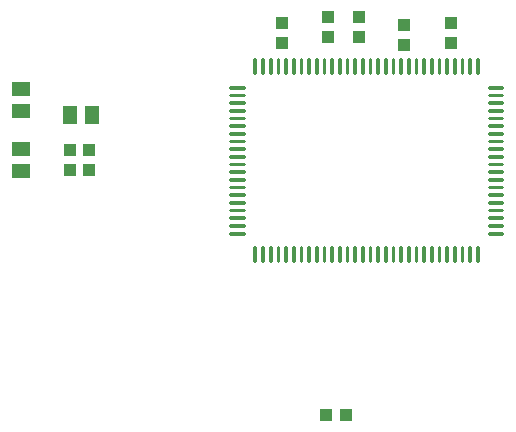
<source format=gtp>
G75*
%MOIN*%
%OFA0B0*%
%FSLAX25Y25*%
%IPPOS*%
%LPD*%
%AMOC8*
5,1,8,0,0,1.08239X$1,22.5*
%
%ADD10R,0.05906X0.05118*%
%ADD11R,0.05118X0.05906*%
%ADD12R,0.03937X0.04331*%
%ADD13C,0.00945*%
D10*
X0061800Y0113060D03*
X0061800Y0120540D03*
X0061800Y0133060D03*
X0061800Y0140540D03*
D11*
X0078060Y0131800D03*
X0085540Y0131800D03*
D12*
X0084300Y0120146D03*
X0078050Y0120146D03*
X0078050Y0113454D03*
X0084300Y0113454D03*
X0148675Y0155954D03*
X0148675Y0162646D03*
X0163988Y0164521D03*
X0163988Y0157829D03*
X0174300Y0157829D03*
X0174300Y0164521D03*
X0189300Y0162021D03*
X0189300Y0155329D03*
X0204925Y0155954D03*
X0204925Y0162646D03*
X0170146Y0031800D03*
X0163454Y0031800D03*
D13*
X0162843Y0083168D02*
X0162607Y0083168D01*
X0162607Y0087736D01*
X0162843Y0087736D01*
X0162843Y0083168D01*
X0162843Y0084112D02*
X0162607Y0084112D01*
X0162607Y0085056D02*
X0162843Y0085056D01*
X0162843Y0086000D02*
X0162607Y0086000D01*
X0162607Y0086944D02*
X0162843Y0086944D01*
X0165166Y0083168D02*
X0165402Y0083168D01*
X0165166Y0083168D02*
X0165166Y0087736D01*
X0165402Y0087736D01*
X0165402Y0083168D01*
X0165402Y0084112D02*
X0165166Y0084112D01*
X0165166Y0085056D02*
X0165402Y0085056D01*
X0165402Y0086000D02*
X0165166Y0086000D01*
X0165166Y0086944D02*
X0165402Y0086944D01*
X0167725Y0083168D02*
X0167961Y0083168D01*
X0167725Y0083168D02*
X0167725Y0087736D01*
X0167961Y0087736D01*
X0167961Y0083168D01*
X0167961Y0084112D02*
X0167725Y0084112D01*
X0167725Y0085056D02*
X0167961Y0085056D01*
X0167961Y0086000D02*
X0167725Y0086000D01*
X0167725Y0086944D02*
X0167961Y0086944D01*
X0170284Y0083168D02*
X0170520Y0083168D01*
X0170284Y0083168D02*
X0170284Y0087736D01*
X0170520Y0087736D01*
X0170520Y0083168D01*
X0170520Y0084112D02*
X0170284Y0084112D01*
X0170284Y0085056D02*
X0170520Y0085056D01*
X0170520Y0086000D02*
X0170284Y0086000D01*
X0170284Y0086944D02*
X0170520Y0086944D01*
X0172843Y0083168D02*
X0173079Y0083168D01*
X0172843Y0083168D02*
X0172843Y0087736D01*
X0173079Y0087736D01*
X0173079Y0083168D01*
X0173079Y0084112D02*
X0172843Y0084112D01*
X0172843Y0085056D02*
X0173079Y0085056D01*
X0173079Y0086000D02*
X0172843Y0086000D01*
X0172843Y0086944D02*
X0173079Y0086944D01*
X0175402Y0083168D02*
X0175638Y0083168D01*
X0175402Y0083168D02*
X0175402Y0087736D01*
X0175638Y0087736D01*
X0175638Y0083168D01*
X0175638Y0084112D02*
X0175402Y0084112D01*
X0175402Y0085056D02*
X0175638Y0085056D01*
X0175638Y0086000D02*
X0175402Y0086000D01*
X0175402Y0086944D02*
X0175638Y0086944D01*
X0177962Y0083168D02*
X0178198Y0083168D01*
X0177962Y0083168D02*
X0177962Y0087736D01*
X0178198Y0087736D01*
X0178198Y0083168D01*
X0178198Y0084112D02*
X0177962Y0084112D01*
X0177962Y0085056D02*
X0178198Y0085056D01*
X0178198Y0086000D02*
X0177962Y0086000D01*
X0177962Y0086944D02*
X0178198Y0086944D01*
X0180521Y0083168D02*
X0180757Y0083168D01*
X0180521Y0083168D02*
X0180521Y0087736D01*
X0180757Y0087736D01*
X0180757Y0083168D01*
X0180757Y0084112D02*
X0180521Y0084112D01*
X0180521Y0085056D02*
X0180757Y0085056D01*
X0180757Y0086000D02*
X0180521Y0086000D01*
X0180521Y0086944D02*
X0180757Y0086944D01*
X0183080Y0083168D02*
X0183316Y0083168D01*
X0183080Y0083168D02*
X0183080Y0087736D01*
X0183316Y0087736D01*
X0183316Y0083168D01*
X0183316Y0084112D02*
X0183080Y0084112D01*
X0183080Y0085056D02*
X0183316Y0085056D01*
X0183316Y0086000D02*
X0183080Y0086000D01*
X0183080Y0086944D02*
X0183316Y0086944D01*
X0185639Y0083168D02*
X0185875Y0083168D01*
X0185639Y0083168D02*
X0185639Y0087736D01*
X0185875Y0087736D01*
X0185875Y0083168D01*
X0185875Y0084112D02*
X0185639Y0084112D01*
X0185639Y0085056D02*
X0185875Y0085056D01*
X0185875Y0086000D02*
X0185639Y0086000D01*
X0185639Y0086944D02*
X0185875Y0086944D01*
X0188198Y0083168D02*
X0188434Y0083168D01*
X0188198Y0083168D02*
X0188198Y0087736D01*
X0188434Y0087736D01*
X0188434Y0083168D01*
X0188434Y0084112D02*
X0188198Y0084112D01*
X0188198Y0085056D02*
X0188434Y0085056D01*
X0188434Y0086000D02*
X0188198Y0086000D01*
X0188198Y0086944D02*
X0188434Y0086944D01*
X0190757Y0083168D02*
X0190993Y0083168D01*
X0190757Y0083168D02*
X0190757Y0087736D01*
X0190993Y0087736D01*
X0190993Y0083168D01*
X0190993Y0084112D02*
X0190757Y0084112D01*
X0190757Y0085056D02*
X0190993Y0085056D01*
X0190993Y0086000D02*
X0190757Y0086000D01*
X0190757Y0086944D02*
X0190993Y0086944D01*
X0193316Y0083168D02*
X0193552Y0083168D01*
X0193316Y0083168D02*
X0193316Y0087736D01*
X0193552Y0087736D01*
X0193552Y0083168D01*
X0193552Y0084112D02*
X0193316Y0084112D01*
X0193316Y0085056D02*
X0193552Y0085056D01*
X0193552Y0086000D02*
X0193316Y0086000D01*
X0193316Y0086944D02*
X0193552Y0086944D01*
X0195875Y0083168D02*
X0196111Y0083168D01*
X0195875Y0083168D02*
X0195875Y0087736D01*
X0196111Y0087736D01*
X0196111Y0083168D01*
X0196111Y0084112D02*
X0195875Y0084112D01*
X0195875Y0085056D02*
X0196111Y0085056D01*
X0196111Y0086000D02*
X0195875Y0086000D01*
X0195875Y0086944D02*
X0196111Y0086944D01*
X0198434Y0083168D02*
X0198670Y0083168D01*
X0198434Y0083168D02*
X0198434Y0087736D01*
X0198670Y0087736D01*
X0198670Y0083168D01*
X0198670Y0084112D02*
X0198434Y0084112D01*
X0198434Y0085056D02*
X0198670Y0085056D01*
X0198670Y0086000D02*
X0198434Y0086000D01*
X0198434Y0086944D02*
X0198670Y0086944D01*
X0200993Y0083168D02*
X0201229Y0083168D01*
X0200993Y0083168D02*
X0200993Y0087736D01*
X0201229Y0087736D01*
X0201229Y0083168D01*
X0201229Y0084112D02*
X0200993Y0084112D01*
X0200993Y0085056D02*
X0201229Y0085056D01*
X0201229Y0086000D02*
X0200993Y0086000D01*
X0200993Y0086944D02*
X0201229Y0086944D01*
X0203552Y0083168D02*
X0203788Y0083168D01*
X0203552Y0083168D02*
X0203552Y0087736D01*
X0203788Y0087736D01*
X0203788Y0083168D01*
X0203788Y0084112D02*
X0203552Y0084112D01*
X0203552Y0085056D02*
X0203788Y0085056D01*
X0203788Y0086000D02*
X0203552Y0086000D01*
X0203552Y0086944D02*
X0203788Y0086944D01*
X0206111Y0083168D02*
X0206347Y0083168D01*
X0206111Y0083168D02*
X0206111Y0087736D01*
X0206347Y0087736D01*
X0206347Y0083168D01*
X0206347Y0084112D02*
X0206111Y0084112D01*
X0206111Y0085056D02*
X0206347Y0085056D01*
X0206347Y0086000D02*
X0206111Y0086000D01*
X0206111Y0086944D02*
X0206347Y0086944D01*
X0208670Y0083168D02*
X0208906Y0083168D01*
X0208670Y0083168D02*
X0208670Y0087736D01*
X0208906Y0087736D01*
X0208906Y0083168D01*
X0208906Y0084112D02*
X0208670Y0084112D01*
X0208670Y0085056D02*
X0208906Y0085056D01*
X0208906Y0086000D02*
X0208670Y0086000D01*
X0208670Y0086944D02*
X0208906Y0086944D01*
X0211229Y0083168D02*
X0211465Y0083168D01*
X0211229Y0083168D02*
X0211229Y0087736D01*
X0211465Y0087736D01*
X0211465Y0083168D01*
X0211465Y0084112D02*
X0211229Y0084112D01*
X0211229Y0085056D02*
X0211465Y0085056D01*
X0211465Y0086000D02*
X0211229Y0086000D01*
X0211229Y0086944D02*
X0211465Y0086944D01*
X0213788Y0083168D02*
X0214024Y0083168D01*
X0213788Y0083168D02*
X0213788Y0087736D01*
X0214024Y0087736D01*
X0214024Y0083168D01*
X0214024Y0084112D02*
X0213788Y0084112D01*
X0213788Y0085056D02*
X0214024Y0085056D01*
X0214024Y0086000D02*
X0213788Y0086000D01*
X0213788Y0086944D02*
X0214024Y0086944D01*
X0222243Y0092371D02*
X0222243Y0092607D01*
X0222243Y0092371D02*
X0217675Y0092371D01*
X0217675Y0092607D01*
X0222243Y0092607D01*
X0222243Y0094930D02*
X0222243Y0095166D01*
X0222243Y0094930D02*
X0217675Y0094930D01*
X0217675Y0095166D01*
X0222243Y0095166D01*
X0222243Y0097489D02*
X0222243Y0097725D01*
X0222243Y0097489D02*
X0217675Y0097489D01*
X0217675Y0097725D01*
X0222243Y0097725D01*
X0222243Y0100048D02*
X0222243Y0100284D01*
X0222243Y0100048D02*
X0217675Y0100048D01*
X0217675Y0100284D01*
X0222243Y0100284D01*
X0222243Y0102607D02*
X0222243Y0102843D01*
X0222243Y0102607D02*
X0217675Y0102607D01*
X0217675Y0102843D01*
X0222243Y0102843D01*
X0222243Y0105166D02*
X0222243Y0105402D01*
X0222243Y0105166D02*
X0217675Y0105166D01*
X0217675Y0105402D01*
X0222243Y0105402D01*
X0222243Y0107725D02*
X0222243Y0107961D01*
X0222243Y0107725D02*
X0217675Y0107725D01*
X0217675Y0107961D01*
X0222243Y0107961D01*
X0222243Y0110284D02*
X0222243Y0110520D01*
X0222243Y0110284D02*
X0217675Y0110284D01*
X0217675Y0110520D01*
X0222243Y0110520D01*
X0222243Y0112843D02*
X0222243Y0113079D01*
X0222243Y0112843D02*
X0217675Y0112843D01*
X0217675Y0113079D01*
X0222243Y0113079D01*
X0222243Y0115402D02*
X0222243Y0115638D01*
X0222243Y0115402D02*
X0217675Y0115402D01*
X0217675Y0115638D01*
X0222243Y0115638D01*
X0222243Y0117962D02*
X0222243Y0118198D01*
X0222243Y0117962D02*
X0217675Y0117962D01*
X0217675Y0118198D01*
X0222243Y0118198D01*
X0222243Y0120521D02*
X0222243Y0120757D01*
X0222243Y0120521D02*
X0217675Y0120521D01*
X0217675Y0120757D01*
X0222243Y0120757D01*
X0222243Y0123080D02*
X0222243Y0123316D01*
X0222243Y0123080D02*
X0217675Y0123080D01*
X0217675Y0123316D01*
X0222243Y0123316D01*
X0222243Y0125639D02*
X0222243Y0125875D01*
X0222243Y0125639D02*
X0217675Y0125639D01*
X0217675Y0125875D01*
X0222243Y0125875D01*
X0222243Y0128198D02*
X0222243Y0128434D01*
X0222243Y0128198D02*
X0217675Y0128198D01*
X0217675Y0128434D01*
X0222243Y0128434D01*
X0222243Y0130757D02*
X0222243Y0130993D01*
X0222243Y0130757D02*
X0217675Y0130757D01*
X0217675Y0130993D01*
X0222243Y0130993D01*
X0222243Y0133316D02*
X0222243Y0133552D01*
X0222243Y0133316D02*
X0217675Y0133316D01*
X0217675Y0133552D01*
X0222243Y0133552D01*
X0222243Y0135875D02*
X0222243Y0136111D01*
X0222243Y0135875D02*
X0217675Y0135875D01*
X0217675Y0136111D01*
X0222243Y0136111D01*
X0222243Y0138434D02*
X0222243Y0138670D01*
X0222243Y0138434D02*
X0217675Y0138434D01*
X0217675Y0138670D01*
X0222243Y0138670D01*
X0222243Y0140993D02*
X0222243Y0141229D01*
X0222243Y0140993D02*
X0217675Y0140993D01*
X0217675Y0141229D01*
X0222243Y0141229D01*
X0214024Y0150432D02*
X0213788Y0150432D01*
X0214024Y0150432D02*
X0214024Y0145864D01*
X0213788Y0145864D01*
X0213788Y0150432D01*
X0213788Y0146808D02*
X0214024Y0146808D01*
X0214024Y0147752D02*
X0213788Y0147752D01*
X0213788Y0148696D02*
X0214024Y0148696D01*
X0214024Y0149640D02*
X0213788Y0149640D01*
X0211465Y0150432D02*
X0211229Y0150432D01*
X0211465Y0150432D02*
X0211465Y0145864D01*
X0211229Y0145864D01*
X0211229Y0150432D01*
X0211229Y0146808D02*
X0211465Y0146808D01*
X0211465Y0147752D02*
X0211229Y0147752D01*
X0211229Y0148696D02*
X0211465Y0148696D01*
X0211465Y0149640D02*
X0211229Y0149640D01*
X0208906Y0150432D02*
X0208670Y0150432D01*
X0208906Y0150432D02*
X0208906Y0145864D01*
X0208670Y0145864D01*
X0208670Y0150432D01*
X0208670Y0146808D02*
X0208906Y0146808D01*
X0208906Y0147752D02*
X0208670Y0147752D01*
X0208670Y0148696D02*
X0208906Y0148696D01*
X0208906Y0149640D02*
X0208670Y0149640D01*
X0206347Y0150432D02*
X0206111Y0150432D01*
X0206347Y0150432D02*
X0206347Y0145864D01*
X0206111Y0145864D01*
X0206111Y0150432D01*
X0206111Y0146808D02*
X0206347Y0146808D01*
X0206347Y0147752D02*
X0206111Y0147752D01*
X0206111Y0148696D02*
X0206347Y0148696D01*
X0206347Y0149640D02*
X0206111Y0149640D01*
X0203788Y0150432D02*
X0203552Y0150432D01*
X0203788Y0150432D02*
X0203788Y0145864D01*
X0203552Y0145864D01*
X0203552Y0150432D01*
X0203552Y0146808D02*
X0203788Y0146808D01*
X0203788Y0147752D02*
X0203552Y0147752D01*
X0203552Y0148696D02*
X0203788Y0148696D01*
X0203788Y0149640D02*
X0203552Y0149640D01*
X0201229Y0150432D02*
X0200993Y0150432D01*
X0201229Y0150432D02*
X0201229Y0145864D01*
X0200993Y0145864D01*
X0200993Y0150432D01*
X0200993Y0146808D02*
X0201229Y0146808D01*
X0201229Y0147752D02*
X0200993Y0147752D01*
X0200993Y0148696D02*
X0201229Y0148696D01*
X0201229Y0149640D02*
X0200993Y0149640D01*
X0198670Y0150432D02*
X0198434Y0150432D01*
X0198670Y0150432D02*
X0198670Y0145864D01*
X0198434Y0145864D01*
X0198434Y0150432D01*
X0198434Y0146808D02*
X0198670Y0146808D01*
X0198670Y0147752D02*
X0198434Y0147752D01*
X0198434Y0148696D02*
X0198670Y0148696D01*
X0198670Y0149640D02*
X0198434Y0149640D01*
X0196111Y0150432D02*
X0195875Y0150432D01*
X0196111Y0150432D02*
X0196111Y0145864D01*
X0195875Y0145864D01*
X0195875Y0150432D01*
X0195875Y0146808D02*
X0196111Y0146808D01*
X0196111Y0147752D02*
X0195875Y0147752D01*
X0195875Y0148696D02*
X0196111Y0148696D01*
X0196111Y0149640D02*
X0195875Y0149640D01*
X0193552Y0150432D02*
X0193316Y0150432D01*
X0193552Y0150432D02*
X0193552Y0145864D01*
X0193316Y0145864D01*
X0193316Y0150432D01*
X0193316Y0146808D02*
X0193552Y0146808D01*
X0193552Y0147752D02*
X0193316Y0147752D01*
X0193316Y0148696D02*
X0193552Y0148696D01*
X0193552Y0149640D02*
X0193316Y0149640D01*
X0190993Y0150432D02*
X0190757Y0150432D01*
X0190993Y0150432D02*
X0190993Y0145864D01*
X0190757Y0145864D01*
X0190757Y0150432D01*
X0190757Y0146808D02*
X0190993Y0146808D01*
X0190993Y0147752D02*
X0190757Y0147752D01*
X0190757Y0148696D02*
X0190993Y0148696D01*
X0190993Y0149640D02*
X0190757Y0149640D01*
X0188434Y0150432D02*
X0188198Y0150432D01*
X0188434Y0150432D02*
X0188434Y0145864D01*
X0188198Y0145864D01*
X0188198Y0150432D01*
X0188198Y0146808D02*
X0188434Y0146808D01*
X0188434Y0147752D02*
X0188198Y0147752D01*
X0188198Y0148696D02*
X0188434Y0148696D01*
X0188434Y0149640D02*
X0188198Y0149640D01*
X0185875Y0150432D02*
X0185639Y0150432D01*
X0185875Y0150432D02*
X0185875Y0145864D01*
X0185639Y0145864D01*
X0185639Y0150432D01*
X0185639Y0146808D02*
X0185875Y0146808D01*
X0185875Y0147752D02*
X0185639Y0147752D01*
X0185639Y0148696D02*
X0185875Y0148696D01*
X0185875Y0149640D02*
X0185639Y0149640D01*
X0183316Y0150432D02*
X0183080Y0150432D01*
X0183316Y0150432D02*
X0183316Y0145864D01*
X0183080Y0145864D01*
X0183080Y0150432D01*
X0183080Y0146808D02*
X0183316Y0146808D01*
X0183316Y0147752D02*
X0183080Y0147752D01*
X0183080Y0148696D02*
X0183316Y0148696D01*
X0183316Y0149640D02*
X0183080Y0149640D01*
X0180757Y0150432D02*
X0180521Y0150432D01*
X0180757Y0150432D02*
X0180757Y0145864D01*
X0180521Y0145864D01*
X0180521Y0150432D01*
X0180521Y0146808D02*
X0180757Y0146808D01*
X0180757Y0147752D02*
X0180521Y0147752D01*
X0180521Y0148696D02*
X0180757Y0148696D01*
X0180757Y0149640D02*
X0180521Y0149640D01*
X0178198Y0150432D02*
X0177962Y0150432D01*
X0178198Y0150432D02*
X0178198Y0145864D01*
X0177962Y0145864D01*
X0177962Y0150432D01*
X0177962Y0146808D02*
X0178198Y0146808D01*
X0178198Y0147752D02*
X0177962Y0147752D01*
X0177962Y0148696D02*
X0178198Y0148696D01*
X0178198Y0149640D02*
X0177962Y0149640D01*
X0175638Y0150432D02*
X0175402Y0150432D01*
X0175638Y0150432D02*
X0175638Y0145864D01*
X0175402Y0145864D01*
X0175402Y0150432D01*
X0175402Y0146808D02*
X0175638Y0146808D01*
X0175638Y0147752D02*
X0175402Y0147752D01*
X0175402Y0148696D02*
X0175638Y0148696D01*
X0175638Y0149640D02*
X0175402Y0149640D01*
X0173079Y0150432D02*
X0172843Y0150432D01*
X0173079Y0150432D02*
X0173079Y0145864D01*
X0172843Y0145864D01*
X0172843Y0150432D01*
X0172843Y0146808D02*
X0173079Y0146808D01*
X0173079Y0147752D02*
X0172843Y0147752D01*
X0172843Y0148696D02*
X0173079Y0148696D01*
X0173079Y0149640D02*
X0172843Y0149640D01*
X0170520Y0150432D02*
X0170284Y0150432D01*
X0170520Y0150432D02*
X0170520Y0145864D01*
X0170284Y0145864D01*
X0170284Y0150432D01*
X0170284Y0146808D02*
X0170520Y0146808D01*
X0170520Y0147752D02*
X0170284Y0147752D01*
X0170284Y0148696D02*
X0170520Y0148696D01*
X0170520Y0149640D02*
X0170284Y0149640D01*
X0167961Y0150432D02*
X0167725Y0150432D01*
X0167961Y0150432D02*
X0167961Y0145864D01*
X0167725Y0145864D01*
X0167725Y0150432D01*
X0167725Y0146808D02*
X0167961Y0146808D01*
X0167961Y0147752D02*
X0167725Y0147752D01*
X0167725Y0148696D02*
X0167961Y0148696D01*
X0167961Y0149640D02*
X0167725Y0149640D01*
X0165402Y0150432D02*
X0165166Y0150432D01*
X0165402Y0150432D02*
X0165402Y0145864D01*
X0165166Y0145864D01*
X0165166Y0150432D01*
X0165166Y0146808D02*
X0165402Y0146808D01*
X0165402Y0147752D02*
X0165166Y0147752D01*
X0165166Y0148696D02*
X0165402Y0148696D01*
X0165402Y0149640D02*
X0165166Y0149640D01*
X0162843Y0150432D02*
X0162607Y0150432D01*
X0162843Y0150432D02*
X0162843Y0145864D01*
X0162607Y0145864D01*
X0162607Y0150432D01*
X0162607Y0146808D02*
X0162843Y0146808D01*
X0162843Y0147752D02*
X0162607Y0147752D01*
X0162607Y0148696D02*
X0162843Y0148696D01*
X0162843Y0149640D02*
X0162607Y0149640D01*
X0160284Y0150432D02*
X0160048Y0150432D01*
X0160284Y0150432D02*
X0160284Y0145864D01*
X0160048Y0145864D01*
X0160048Y0150432D01*
X0160048Y0146808D02*
X0160284Y0146808D01*
X0160284Y0147752D02*
X0160048Y0147752D01*
X0160048Y0148696D02*
X0160284Y0148696D01*
X0160284Y0149640D02*
X0160048Y0149640D01*
X0157725Y0150432D02*
X0157489Y0150432D01*
X0157725Y0150432D02*
X0157725Y0145864D01*
X0157489Y0145864D01*
X0157489Y0150432D01*
X0157489Y0146808D02*
X0157725Y0146808D01*
X0157725Y0147752D02*
X0157489Y0147752D01*
X0157489Y0148696D02*
X0157725Y0148696D01*
X0157725Y0149640D02*
X0157489Y0149640D01*
X0155166Y0150432D02*
X0154930Y0150432D01*
X0155166Y0150432D02*
X0155166Y0145864D01*
X0154930Y0145864D01*
X0154930Y0150432D01*
X0154930Y0146808D02*
X0155166Y0146808D01*
X0155166Y0147752D02*
X0154930Y0147752D01*
X0154930Y0148696D02*
X0155166Y0148696D01*
X0155166Y0149640D02*
X0154930Y0149640D01*
X0152607Y0150432D02*
X0152371Y0150432D01*
X0152607Y0150432D02*
X0152607Y0145864D01*
X0152371Y0145864D01*
X0152371Y0150432D01*
X0152371Y0146808D02*
X0152607Y0146808D01*
X0152607Y0147752D02*
X0152371Y0147752D01*
X0152371Y0148696D02*
X0152607Y0148696D01*
X0152607Y0149640D02*
X0152371Y0149640D01*
X0150048Y0150432D02*
X0149812Y0150432D01*
X0150048Y0150432D02*
X0150048Y0145864D01*
X0149812Y0145864D01*
X0149812Y0150432D01*
X0149812Y0146808D02*
X0150048Y0146808D01*
X0150048Y0147752D02*
X0149812Y0147752D01*
X0149812Y0148696D02*
X0150048Y0148696D01*
X0150048Y0149640D02*
X0149812Y0149640D01*
X0147489Y0150432D02*
X0147253Y0150432D01*
X0147489Y0150432D02*
X0147489Y0145864D01*
X0147253Y0145864D01*
X0147253Y0150432D01*
X0147253Y0146808D02*
X0147489Y0146808D01*
X0147489Y0147752D02*
X0147253Y0147752D01*
X0147253Y0148696D02*
X0147489Y0148696D01*
X0147489Y0149640D02*
X0147253Y0149640D01*
X0144930Y0150432D02*
X0144694Y0150432D01*
X0144930Y0150432D02*
X0144930Y0145864D01*
X0144694Y0145864D01*
X0144694Y0150432D01*
X0144694Y0146808D02*
X0144930Y0146808D01*
X0144930Y0147752D02*
X0144694Y0147752D01*
X0144694Y0148696D02*
X0144930Y0148696D01*
X0144930Y0149640D02*
X0144694Y0149640D01*
X0142371Y0150432D02*
X0142135Y0150432D01*
X0142371Y0150432D02*
X0142371Y0145864D01*
X0142135Y0145864D01*
X0142135Y0150432D01*
X0142135Y0146808D02*
X0142371Y0146808D01*
X0142371Y0147752D02*
X0142135Y0147752D01*
X0142135Y0148696D02*
X0142371Y0148696D01*
X0142371Y0149640D02*
X0142135Y0149640D01*
X0139812Y0150432D02*
X0139576Y0150432D01*
X0139812Y0150432D02*
X0139812Y0145864D01*
X0139576Y0145864D01*
X0139576Y0150432D01*
X0139576Y0146808D02*
X0139812Y0146808D01*
X0139812Y0147752D02*
X0139576Y0147752D01*
X0139576Y0148696D02*
X0139812Y0148696D01*
X0139812Y0149640D02*
X0139576Y0149640D01*
X0131357Y0141229D02*
X0131357Y0140993D01*
X0131357Y0141229D02*
X0135925Y0141229D01*
X0135925Y0140993D01*
X0131357Y0140993D01*
X0131357Y0138670D02*
X0131357Y0138434D01*
X0131357Y0138670D02*
X0135925Y0138670D01*
X0135925Y0138434D01*
X0131357Y0138434D01*
X0131357Y0136111D02*
X0131357Y0135875D01*
X0131357Y0136111D02*
X0135925Y0136111D01*
X0135925Y0135875D01*
X0131357Y0135875D01*
X0131357Y0133552D02*
X0131357Y0133316D01*
X0131357Y0133552D02*
X0135925Y0133552D01*
X0135925Y0133316D01*
X0131357Y0133316D01*
X0131357Y0130993D02*
X0131357Y0130757D01*
X0131357Y0130993D02*
X0135925Y0130993D01*
X0135925Y0130757D01*
X0131357Y0130757D01*
X0131357Y0128434D02*
X0131357Y0128198D01*
X0131357Y0128434D02*
X0135925Y0128434D01*
X0135925Y0128198D01*
X0131357Y0128198D01*
X0131357Y0125875D02*
X0131357Y0125639D01*
X0131357Y0125875D02*
X0135925Y0125875D01*
X0135925Y0125639D01*
X0131357Y0125639D01*
X0131357Y0123316D02*
X0131357Y0123080D01*
X0131357Y0123316D02*
X0135925Y0123316D01*
X0135925Y0123080D01*
X0131357Y0123080D01*
X0131357Y0120757D02*
X0131357Y0120521D01*
X0131357Y0120757D02*
X0135925Y0120757D01*
X0135925Y0120521D01*
X0131357Y0120521D01*
X0131357Y0118198D02*
X0131357Y0117962D01*
X0131357Y0118198D02*
X0135925Y0118198D01*
X0135925Y0117962D01*
X0131357Y0117962D01*
X0131357Y0115638D02*
X0131357Y0115402D01*
X0131357Y0115638D02*
X0135925Y0115638D01*
X0135925Y0115402D01*
X0131357Y0115402D01*
X0131357Y0113079D02*
X0131357Y0112843D01*
X0131357Y0113079D02*
X0135925Y0113079D01*
X0135925Y0112843D01*
X0131357Y0112843D01*
X0131357Y0110520D02*
X0131357Y0110284D01*
X0131357Y0110520D02*
X0135925Y0110520D01*
X0135925Y0110284D01*
X0131357Y0110284D01*
X0131357Y0107961D02*
X0131357Y0107725D01*
X0131357Y0107961D02*
X0135925Y0107961D01*
X0135925Y0107725D01*
X0131357Y0107725D01*
X0131357Y0105402D02*
X0131357Y0105166D01*
X0131357Y0105402D02*
X0135925Y0105402D01*
X0135925Y0105166D01*
X0131357Y0105166D01*
X0131357Y0102843D02*
X0131357Y0102607D01*
X0131357Y0102843D02*
X0135925Y0102843D01*
X0135925Y0102607D01*
X0131357Y0102607D01*
X0131357Y0100284D02*
X0131357Y0100048D01*
X0131357Y0100284D02*
X0135925Y0100284D01*
X0135925Y0100048D01*
X0131357Y0100048D01*
X0131357Y0097725D02*
X0131357Y0097489D01*
X0131357Y0097725D02*
X0135925Y0097725D01*
X0135925Y0097489D01*
X0131357Y0097489D01*
X0131357Y0095166D02*
X0131357Y0094930D01*
X0131357Y0095166D02*
X0135925Y0095166D01*
X0135925Y0094930D01*
X0131357Y0094930D01*
X0131357Y0092607D02*
X0131357Y0092371D01*
X0131357Y0092607D02*
X0135925Y0092607D01*
X0135925Y0092371D01*
X0131357Y0092371D01*
X0139576Y0083168D02*
X0139812Y0083168D01*
X0139576Y0083168D02*
X0139576Y0087736D01*
X0139812Y0087736D01*
X0139812Y0083168D01*
X0139812Y0084112D02*
X0139576Y0084112D01*
X0139576Y0085056D02*
X0139812Y0085056D01*
X0139812Y0086000D02*
X0139576Y0086000D01*
X0139576Y0086944D02*
X0139812Y0086944D01*
X0142135Y0083168D02*
X0142371Y0083168D01*
X0142135Y0083168D02*
X0142135Y0087736D01*
X0142371Y0087736D01*
X0142371Y0083168D01*
X0142371Y0084112D02*
X0142135Y0084112D01*
X0142135Y0085056D02*
X0142371Y0085056D01*
X0142371Y0086000D02*
X0142135Y0086000D01*
X0142135Y0086944D02*
X0142371Y0086944D01*
X0144694Y0083168D02*
X0144930Y0083168D01*
X0144694Y0083168D02*
X0144694Y0087736D01*
X0144930Y0087736D01*
X0144930Y0083168D01*
X0144930Y0084112D02*
X0144694Y0084112D01*
X0144694Y0085056D02*
X0144930Y0085056D01*
X0144930Y0086000D02*
X0144694Y0086000D01*
X0144694Y0086944D02*
X0144930Y0086944D01*
X0147253Y0083168D02*
X0147489Y0083168D01*
X0147253Y0083168D02*
X0147253Y0087736D01*
X0147489Y0087736D01*
X0147489Y0083168D01*
X0147489Y0084112D02*
X0147253Y0084112D01*
X0147253Y0085056D02*
X0147489Y0085056D01*
X0147489Y0086000D02*
X0147253Y0086000D01*
X0147253Y0086944D02*
X0147489Y0086944D01*
X0149812Y0083168D02*
X0150048Y0083168D01*
X0149812Y0083168D02*
X0149812Y0087736D01*
X0150048Y0087736D01*
X0150048Y0083168D01*
X0150048Y0084112D02*
X0149812Y0084112D01*
X0149812Y0085056D02*
X0150048Y0085056D01*
X0150048Y0086000D02*
X0149812Y0086000D01*
X0149812Y0086944D02*
X0150048Y0086944D01*
X0152371Y0083168D02*
X0152607Y0083168D01*
X0152371Y0083168D02*
X0152371Y0087736D01*
X0152607Y0087736D01*
X0152607Y0083168D01*
X0152607Y0084112D02*
X0152371Y0084112D01*
X0152371Y0085056D02*
X0152607Y0085056D01*
X0152607Y0086000D02*
X0152371Y0086000D01*
X0152371Y0086944D02*
X0152607Y0086944D01*
X0154930Y0083168D02*
X0155166Y0083168D01*
X0154930Y0083168D02*
X0154930Y0087736D01*
X0155166Y0087736D01*
X0155166Y0083168D01*
X0155166Y0084112D02*
X0154930Y0084112D01*
X0154930Y0085056D02*
X0155166Y0085056D01*
X0155166Y0086000D02*
X0154930Y0086000D01*
X0154930Y0086944D02*
X0155166Y0086944D01*
X0157489Y0083168D02*
X0157725Y0083168D01*
X0157489Y0083168D02*
X0157489Y0087736D01*
X0157725Y0087736D01*
X0157725Y0083168D01*
X0157725Y0084112D02*
X0157489Y0084112D01*
X0157489Y0085056D02*
X0157725Y0085056D01*
X0157725Y0086000D02*
X0157489Y0086000D01*
X0157489Y0086944D02*
X0157725Y0086944D01*
X0160048Y0083168D02*
X0160284Y0083168D01*
X0160048Y0083168D02*
X0160048Y0087736D01*
X0160284Y0087736D01*
X0160284Y0083168D01*
X0160284Y0084112D02*
X0160048Y0084112D01*
X0160048Y0085056D02*
X0160284Y0085056D01*
X0160284Y0086000D02*
X0160048Y0086000D01*
X0160048Y0086944D02*
X0160284Y0086944D01*
M02*

</source>
